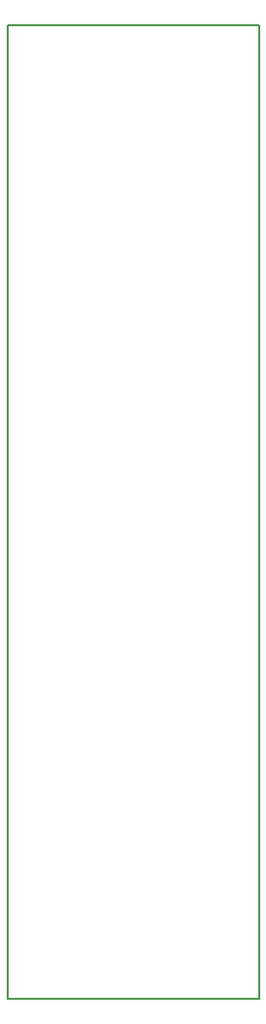
<source format=gko>
G04 Layer_Color=16711935*
%FSLAX43Y43*%
%MOMM*%
G71*
G01*
G75*
%ADD53C,0.200*%
D53*
X0Y0D02*
Y85000D01*
Y0D02*
X22000D01*
Y85000D01*
X0D02*
X22000D01*
M02*

</source>
